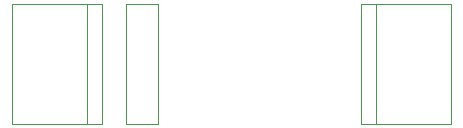
<source format=gto>
G04 #@! TF.GenerationSoftware,KiCad,Pcbnew,(6.0.6)*
G04 #@! TF.CreationDate,2022-08-23T08:07:10+02:00*
G04 #@! TF.ProjectId,Stepdown led board,53746570-646f-4776-9e20-6c656420626f,rev?*
G04 #@! TF.SameCoordinates,Original*
G04 #@! TF.FileFunction,Legend,Top*
G04 #@! TF.FilePolarity,Positive*
%FSLAX46Y46*%
G04 Gerber Fmt 4.6, Leading zero omitted, Abs format (unit mm)*
G04 Created by KiCad (PCBNEW (6.0.6)) date 2022-08-23 08:07:10*
%MOMM*%
%LPD*%
G01*
G04 APERTURE LIST*
%ADD10C,0.120000*%
%ADD11C,0.200000*%
%ADD12C,1.700000*%
%ADD13O,1.700000X1.700000*%
%ADD14R,1.700000X1.700000*%
%ADD15C,3.000000*%
%ADD16R,3.000000X3.000000*%
G04 APERTURE END LIST*
D10*
X30368390Y-24287980D02*
X33093946Y-24287980D01*
X33093946Y-24287980D02*
X33093946Y-34467100D01*
X33093946Y-34467100D02*
X30368390Y-34467100D01*
X30368390Y-34467100D02*
X30368390Y-24287980D01*
X50335624Y-24321402D02*
X50335624Y-34481402D01*
X50335624Y-34481402D02*
X57955624Y-34481402D01*
X57955624Y-24321402D02*
X50335624Y-24321402D01*
X57955624Y-34481402D02*
X57955624Y-24321402D01*
X51605624Y-34481402D02*
X51605624Y-24321402D01*
X20731828Y-34490743D02*
X28351828Y-34490743D01*
X20731828Y-24330743D02*
X20731828Y-34490743D01*
X28351828Y-24330743D02*
X20731828Y-24330743D01*
X27081828Y-24330743D02*
X27081828Y-34490743D01*
X28351828Y-34490743D02*
X28351828Y-24330743D01*
%LPC*%
D11*
X29379071Y-23000000D02*
X48949597Y-23000000D01*
X48949597Y-23000000D02*
X48949597Y-35406103D01*
X48949597Y-35406103D02*
X29379071Y-35406103D01*
X29379071Y-35406103D02*
X29379071Y-23000000D01*
D12*
X31703356Y-25558197D03*
D13*
X31703356Y-28098197D03*
D14*
X31703356Y-30638197D03*
D13*
X31703356Y-33178197D03*
D15*
X54145624Y-31941402D03*
D16*
X54145624Y-26861402D03*
X24541828Y-31950743D03*
D15*
X24541828Y-26870743D03*
M02*

</source>
